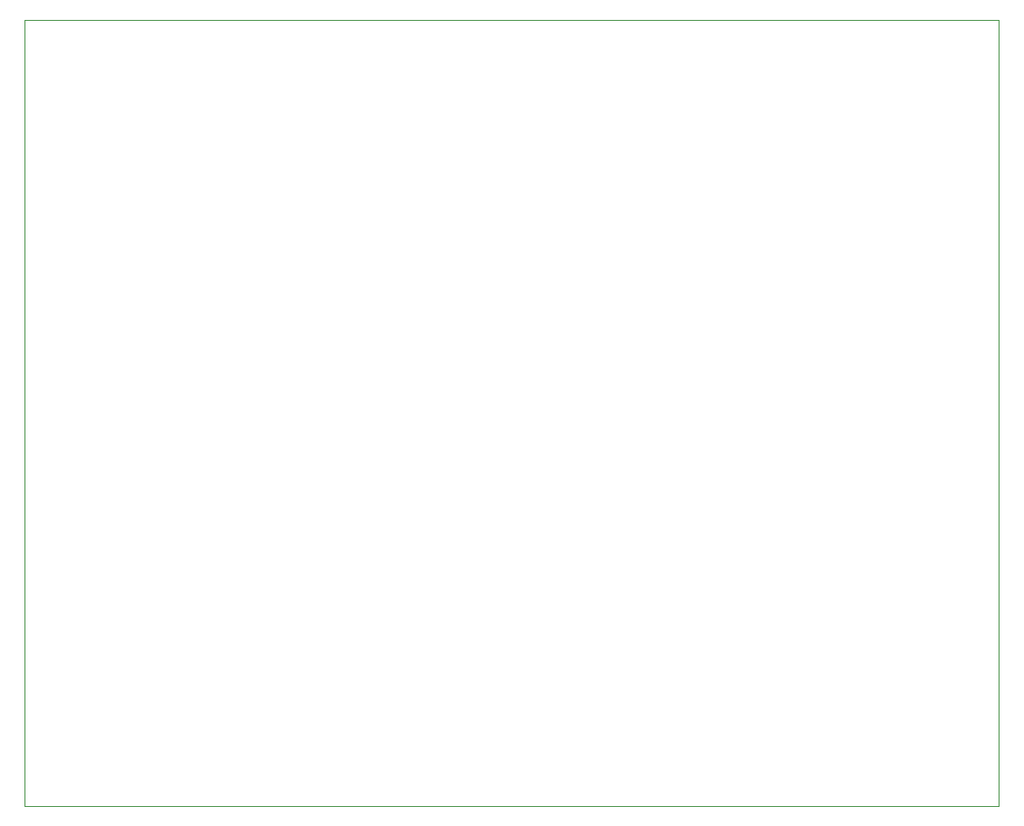
<source format=gbr>
%TF.GenerationSoftware,KiCad,Pcbnew,(6.0.7)*%
%TF.CreationDate,2022-11-16T17:50:00-06:00*%
%TF.ProjectId,ECE445PCBDesign (4),45434534-3435-4504-9342-44657369676e,rev?*%
%TF.SameCoordinates,Original*%
%TF.FileFunction,Profile,NP*%
%FSLAX46Y46*%
G04 Gerber Fmt 4.6, Leading zero omitted, Abs format (unit mm)*
G04 Created by KiCad (PCBNEW (6.0.7)) date 2022-11-16 17:50:00*
%MOMM*%
%LPD*%
G01*
G04 APERTURE LIST*
%TA.AperFunction,Profile*%
%ADD10C,0.100000*%
%TD*%
G04 APERTURE END LIST*
D10*
X115570000Y-71882000D02*
X206502000Y-71882000D01*
X206502000Y-71882000D02*
X206502000Y-145288000D01*
X206502000Y-145288000D02*
X115570000Y-145288000D01*
X115570000Y-145288000D02*
X115570000Y-71882000D01*
M02*

</source>
